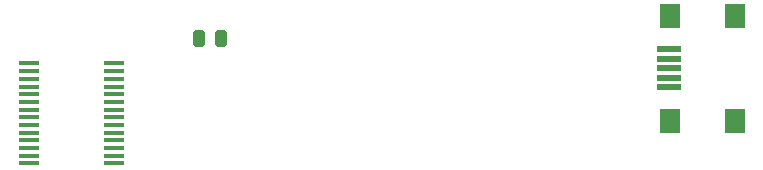
<source format=gbr>
G04 #@! TF.GenerationSoftware,KiCad,Pcbnew,(5.1.4)-1*
G04 #@! TF.CreationDate,2019-12-01T00:46:25+01:00*
G04 #@! TF.ProjectId,Z80Mini,5a38304d-696e-4692-9e6b-696361645f70,rev?*
G04 #@! TF.SameCoordinates,Original*
G04 #@! TF.FileFunction,Paste,Top*
G04 #@! TF.FilePolarity,Positive*
%FSLAX46Y46*%
G04 Gerber Fmt 4.6, Leading zero omitted, Abs format (unit mm)*
G04 Created by KiCad (PCBNEW (5.1.4)-1) date 2019-12-01 00:46:25*
%MOMM*%
%LPD*%
G04 APERTURE LIST*
%ADD10C,0.100000*%
%ADD11C,0.975000*%
%ADD12R,1.700000X2.000000*%
%ADD13R,2.000000X0.500000*%
%ADD14R,1.750000X0.450000*%
G04 APERTURE END LIST*
D10*
G36*
X212357642Y-133921174D02*
G01*
X212381303Y-133924684D01*
X212404507Y-133930496D01*
X212427029Y-133938554D01*
X212448653Y-133948782D01*
X212469170Y-133961079D01*
X212488383Y-133975329D01*
X212506107Y-133991393D01*
X212522171Y-134009117D01*
X212536421Y-134028330D01*
X212548718Y-134048847D01*
X212558946Y-134070471D01*
X212567004Y-134092993D01*
X212572816Y-134116197D01*
X212576326Y-134139858D01*
X212577500Y-134163750D01*
X212577500Y-135076250D01*
X212576326Y-135100142D01*
X212572816Y-135123803D01*
X212567004Y-135147007D01*
X212558946Y-135169529D01*
X212548718Y-135191153D01*
X212536421Y-135211670D01*
X212522171Y-135230883D01*
X212506107Y-135248607D01*
X212488383Y-135264671D01*
X212469170Y-135278921D01*
X212448653Y-135291218D01*
X212427029Y-135301446D01*
X212404507Y-135309504D01*
X212381303Y-135315316D01*
X212357642Y-135318826D01*
X212333750Y-135320000D01*
X211846250Y-135320000D01*
X211822358Y-135318826D01*
X211798697Y-135315316D01*
X211775493Y-135309504D01*
X211752971Y-135301446D01*
X211731347Y-135291218D01*
X211710830Y-135278921D01*
X211691617Y-135264671D01*
X211673893Y-135248607D01*
X211657829Y-135230883D01*
X211643579Y-135211670D01*
X211631282Y-135191153D01*
X211621054Y-135169529D01*
X211612996Y-135147007D01*
X211607184Y-135123803D01*
X211603674Y-135100142D01*
X211602500Y-135076250D01*
X211602500Y-134163750D01*
X211603674Y-134139858D01*
X211607184Y-134116197D01*
X211612996Y-134092993D01*
X211621054Y-134070471D01*
X211631282Y-134048847D01*
X211643579Y-134028330D01*
X211657829Y-134009117D01*
X211673893Y-133991393D01*
X211691617Y-133975329D01*
X211710830Y-133961079D01*
X211731347Y-133948782D01*
X211752971Y-133938554D01*
X211775493Y-133930496D01*
X211798697Y-133924684D01*
X211822358Y-133921174D01*
X211846250Y-133920000D01*
X212333750Y-133920000D01*
X212357642Y-133921174D01*
X212357642Y-133921174D01*
G37*
D11*
X212090000Y-134620000D03*
D10*
G36*
X210482642Y-133921174D02*
G01*
X210506303Y-133924684D01*
X210529507Y-133930496D01*
X210552029Y-133938554D01*
X210573653Y-133948782D01*
X210594170Y-133961079D01*
X210613383Y-133975329D01*
X210631107Y-133991393D01*
X210647171Y-134009117D01*
X210661421Y-134028330D01*
X210673718Y-134048847D01*
X210683946Y-134070471D01*
X210692004Y-134092993D01*
X210697816Y-134116197D01*
X210701326Y-134139858D01*
X210702500Y-134163750D01*
X210702500Y-135076250D01*
X210701326Y-135100142D01*
X210697816Y-135123803D01*
X210692004Y-135147007D01*
X210683946Y-135169529D01*
X210673718Y-135191153D01*
X210661421Y-135211670D01*
X210647171Y-135230883D01*
X210631107Y-135248607D01*
X210613383Y-135264671D01*
X210594170Y-135278921D01*
X210573653Y-135291218D01*
X210552029Y-135301446D01*
X210529507Y-135309504D01*
X210506303Y-135315316D01*
X210482642Y-135318826D01*
X210458750Y-135320000D01*
X209971250Y-135320000D01*
X209947358Y-135318826D01*
X209923697Y-135315316D01*
X209900493Y-135309504D01*
X209877971Y-135301446D01*
X209856347Y-135291218D01*
X209835830Y-135278921D01*
X209816617Y-135264671D01*
X209798893Y-135248607D01*
X209782829Y-135230883D01*
X209768579Y-135211670D01*
X209756282Y-135191153D01*
X209746054Y-135169529D01*
X209737996Y-135147007D01*
X209732184Y-135123803D01*
X209728674Y-135100142D01*
X209727500Y-135076250D01*
X209727500Y-134163750D01*
X209728674Y-134139858D01*
X209732184Y-134116197D01*
X209737996Y-134092993D01*
X209746054Y-134070471D01*
X209756282Y-134048847D01*
X209768579Y-134028330D01*
X209782829Y-134009117D01*
X209798893Y-133991393D01*
X209816617Y-133975329D01*
X209835830Y-133961079D01*
X209856347Y-133948782D01*
X209877971Y-133938554D01*
X209900493Y-133930496D01*
X209923697Y-133924684D01*
X209947358Y-133921174D01*
X209971250Y-133920000D01*
X210458750Y-133920000D01*
X210482642Y-133921174D01*
X210482642Y-133921174D01*
G37*
D11*
X210215000Y-134620000D03*
D12*
X255580000Y-132710000D03*
X250130000Y-132710000D03*
X255580000Y-141610000D03*
X250130000Y-141610000D03*
D13*
X250030000Y-135560000D03*
X250030000Y-136360000D03*
X250030000Y-137160000D03*
X250030000Y-137960000D03*
X250030000Y-138760000D03*
D14*
X202990000Y-136745000D03*
X202990000Y-137395000D03*
X202990000Y-138045000D03*
X202990000Y-138695000D03*
X202990000Y-139345000D03*
X202990000Y-139995000D03*
X202990000Y-140645000D03*
X202990000Y-141295000D03*
X202990000Y-141945000D03*
X202990000Y-142595000D03*
X202990000Y-143245000D03*
X202990000Y-143895000D03*
X202990000Y-144545000D03*
X202990000Y-145195000D03*
X195790000Y-145195000D03*
X195790000Y-144545000D03*
X195790000Y-143895000D03*
X195790000Y-143245000D03*
X195790000Y-142595000D03*
X195790000Y-141945000D03*
X195790000Y-141295000D03*
X195790000Y-140645000D03*
X195790000Y-139995000D03*
X195790000Y-139345000D03*
X195790000Y-138695000D03*
X195790000Y-138045000D03*
X195790000Y-137395000D03*
X195790000Y-136745000D03*
M02*

</source>
